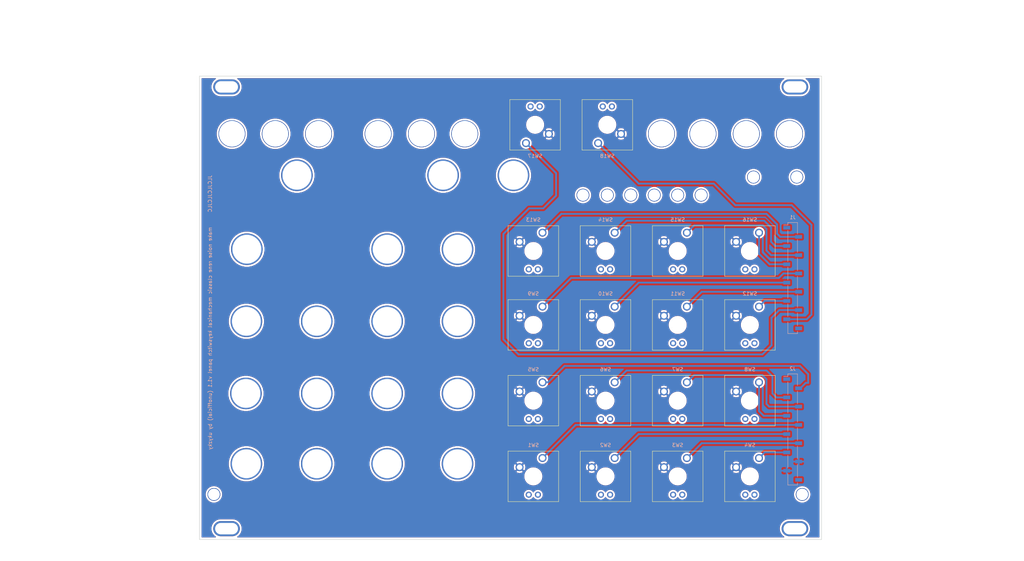
<source format=kicad_pcb>
(kicad_pcb (version 20171130) (host pcbnew "(5.1.4)-1")
  (layers (0 F.Cu signal) (31 B.Cu signal) (34 B.Paste user) (35 F.Paste user) (36 B.SilkS user) (37 F.SilkS user) (38 B.Mask user) (39 F.Mask user) (44 Edge.Cuts user))
  (net 0 "")
  (net 1 GNDA)
  (net 2 "Net-(SW1-Pad4)")
  (net 3 "Net-(SW1-Pad3)")
  (net 4 "Net-(J1-Pad11)")
  (net 5 "Net-(J1-Pad9)")
  (net 6 "Net-(J1-Pad7)")
  (net 7 "Net-(J1-Pad5)")
  (net 8 "Net-(J1-Pad3)")
  (net 9 "Net-(J1-Pad1)")
  (net 10 "Net-(J1-Pad12)")
  (net 11 "Net-(J1-Pad10)")
  (net 12 "Net-(J1-Pad8)")
  (net 13 "Net-(J1-Pad6)")
  (net 14 "Net-(J1-Pad4)")
  (net 15 "Net-(J1-Pad2)")
  (net 16 "Net-(J2-Pad9)")
  (net 17 "Net-(J2-Pad7)")
  (net 18 "Net-(J2-Pad5)")
  (net 19 "Net-(J2-Pad3)")
  (net 20 "Net-(J2-Pad1)")
  (net 21 "Net-(J2-Pad12)")
  (net 22 "Net-(J2-Pad8)")
  (net 23 "Net-(J2-Pad6)")
  (net 24 "Net-(J2-Pad4)")
  (net 25 "Net-(J2-Pad2)")
  (net 26 "Net-(SW2-Pad4)")
  (net 27 "Net-(SW2-Pad3)")
  (net 28 "Net-(SW3-Pad4)")
  (net 29 "Net-(SW3-Pad3)")
  (net 30 "Net-(SW4-Pad4)")
  (net 31 "Net-(SW4-Pad3)")
  (net 32 "Net-(SW5-Pad4)")
  (net 33 "Net-(SW5-Pad3)")
  (net 34 "Net-(SW6-Pad4)")
  (net 35 "Net-(SW6-Pad3)")
  (net 36 "Net-(SW7-Pad4)")
  (net 37 "Net-(SW7-Pad3)")
  (net 38 "Net-(SW8-Pad4)")
  (net 39 "Net-(SW8-Pad3)")
  (net 40 "Net-(SW9-Pad4)")
  (net 41 "Net-(SW9-Pad3)")
  (net 42 "Net-(SW10-Pad4)")
  (net 43 "Net-(SW10-Pad3)")
  (net 44 "Net-(SW11-Pad4)")
  (net 45 "Net-(SW11-Pad3)")
  (net 46 "Net-(SW12-Pad4)")
  (net 47 "Net-(SW12-Pad3)")
  (net 48 "Net-(SW13-Pad4)")
  (net 49 "Net-(SW13-Pad3)")
  (net 50 "Net-(SW14-Pad4)")
  (net 51 "Net-(SW14-Pad3)")
  (net 52 "Net-(SW15-Pad4)")
  (net 53 "Net-(SW15-Pad3)")
  (net 54 "Net-(SW16-Pad4)")
  (net 55 "Net-(SW16-Pad3)")
  (net 56 "Net-(SW17-Pad4)")
  (net 57 "Net-(SW17-Pad3)")
  (net 58 "Net-(SW18-Pad4)")
  (net 59 "Net-(SW18-Pad3)")
  (module 4ms_Faceplate:Faceplate_Hole_Rail_Hole (layer F.Cu) (at 168.466 -6.169)
    (fp_text reference REF** hide)
    (fp_text value Faceplate_Hole_Rail_Hole hide)
    (pad 1 thru_hole circle (at -1.466 -6.331 90) (size 3.556 3.556) (drill 3.175) (layers *.Cu *.Mask))
  )
  (module 4ms_Faceplate:Faceplate_Hole_Rail_Hole (layer F.Cu) (at 3.81 -10.668)
    (fp_text reference REF** hide)
    (fp_text value Faceplate_Hole_Rail_Hole hide)
    (pad 1 thru_hole circle (at 0.19 -1.832 90) (size 3.556 3.556) (drill 3.175) (layers *.Cu *.Mask))
  )
  (module 4ms_Faceplate:Faceplate_Hole_Rail_Hole (layer F.Cu) (at 175.587 -109.089)
    (fp_text reference REF** hide)
    (fp_text value Faceplate_Hole_Rail_Hole hide)
    (pad 1 thru_hole circle (at -10.087 8.589 90) (size 3.556 3.556) (drill 3.175) (layers *.Cu *.Mask))
  )
  (module 4ms_Faceplate:Faceplate_Hole_Rail_Hole (layer F.Cu) (at 163.522 -109.089)
    (fp_text reference REF** hide)
    (fp_text value Faceplate_Hole_Rail_Hole hide)
    (pad 1 thru_hole circle (at -10.022 8.589 90) (size 3.556 3.556) (drill 3.175) (layers *.Cu *.Mask))
  )
  (module 4ms_Faceplate:Faceplate_Hole_Rail_Hole (layer F.Cu) (at 140.716 -106.172)
    (fp_text reference REF** hide)
    (fp_text value Faceplate_Hole_Rail_Hole hide)
    (pad 1 thru_hole circle (at -8.216 10.672 90) (size 3.556 3.556) (drill 3.175) (layers *.Cu *.Mask))
  )
  (module 4ms_Faceplate:Faceplate_Hole_Rail_Hole (layer F.Cu) (at 149.479 -101.092)
    (fp_text reference REF** hide)
    (fp_text value Faceplate_Hole_Rail_Hole hide)
    (pad 1 thru_hole circle (at -10.479 5.592 90) (size 3.556 3.556) (drill 3.175) (layers *.Cu *.Mask))
  )
  (module 4ms_Faceplate:Faceplate_Hole_Rail_Hole (layer F.Cu) (at 135.509 -101.092)
    (fp_text reference REF** hide)
    (fp_text value Faceplate_Hole_Rail_Hole hide)
    (pad 1 thru_hole circle (at -9.509 5.592 90) (size 3.556 3.556) (drill 3.175) (layers *.Cu *.Mask))
  )
  (module 4ms_Faceplate:Faceplate_Hole_Rail_Hole (layer F.Cu) (at 126.746 -106.172)
    (fp_text reference REF** hide)
    (fp_text value Faceplate_Hole_Rail_Hole hide)
    (pad 1 thru_hole circle (at -7.246 10.672 90) (size 3.556 3.556) (drill 3.175) (layers *.Cu *.Mask))
  )
  (module 4ms_Faceplate:Faceplate_Hole_Pot_9mm_Metal_Collar (layer F.Cu) (at 167.64 -116.713)
    (fp_text reference REF** hide)
    (fp_text value Faceplate_Hole_Pot_9mm hide)
    (pad 1 thru_hole circle (at -16.14 4.213) (size 7.45 7.45) (drill 7.1) (layers *.Cu *.Mask))
  )
  (module 4ms_Faceplate:Faceplate_Hole_Pot_9mm_Metal_Collar (layer F.Cu) (at 144.145 -120.65)
    (fp_text reference REF** hide)
    (fp_text value Faceplate_Hole_Pot_9mm hide)
    (pad 1 thru_hole circle (at -16.145 8.15) (size 7.45 7.45) (drill 7.1) (layers *.Cu *.Mask))
  )
  (module 4ms_Faceplate:Faceplate_Hole_Pot_9mm_Metal_Collar (layer F.Cu) (at 155.448 -118.999)
    (fp_text reference REF** hide)
    (fp_text value Faceplate_Hole_Pot_9mm hide)
    (pad 1 thru_hole circle (at -15.948 6.499) (size 7.45 7.45) (drill 7.1) (layers *.Cu *.Mask))
  )
  (module 4ms_Faceplate:Faceplate_Hole_Pot_9mm_Metal_Collar (layer F.Cu) (at 181.914 -117.519)
    (fp_text reference REF** hide)
    (fp_text value Faceplate_Hole_Pot_9mm hide)
    (pad 1 thru_hole circle (at -18.414 5.019) (size 7.45 7.45) (drill 7.1) (layers *.Cu *.Mask))
  )
  (module 4ms_Faceplate:Faceplate_Hole_Pot_9mm_Metal_Collar (layer F.Cu) (at 64.897 -118.237)
    (fp_text reference REF** hide)
    (fp_text value Faceplate_Hole_Pot_9mm hide)
    (pad 1 thru_hole circle (at -15.397 5.737) (size 7.45 7.45) (drill 7.1) (layers *.Cu *.Mask))
  )
  (module 4ms_Faceplate:Faceplate_Hole_Pot_9mm_Metal_Collar (layer F.Cu) (at 92.346 -118.132)
    (fp_text reference REF** hide)
    (fp_text value Faceplate_Hole_Pot_9mm hide)
    (pad 1 thru_hole circle (at -18.846 5.632) (size 7.45 7.45) (drill 7.1) (layers *.Cu *.Mask))
  )
  (module 4ms_Faceplate:Faceplate_Hole_Pot_9mm_Metal_Collar (layer F.Cu) (at 78.63 -118.64)
    (fp_text reference REF** hide)
    (fp_text value Faceplate_Hole_Pot_9mm hide)
    (pad 1 thru_hole circle (at -17.13 6.14) (size 7.45 7.45) (drill 7.1) (layers *.Cu *.Mask))
  )
  (module 4ms_Faceplate:Faceplate_Hole_Pot_9mm_Metal_Collar (layer F.Cu) (at 50.182 -117.37)
    (fp_text reference REF** hide)
    (fp_text value Faceplate_Hole_Pot_9mm hide)
    (pad 1 thru_hole circle (at -17.182 4.87) (size 7.45 7.45) (drill 7.1) (layers *.Cu *.Mask))
  )
  (module 4ms_Faceplate:Faceplate_Hole_Pot_9mm_Metal_Collar (layer F.Cu) (at 36.466 -117.878)
    (fp_text reference REF** hide)
    (fp_text value Faceplate_Hole_Pot_9mm hide)
    (pad 1 thru_hole circle (at -15.466 5.378) (size 7.45 7.45) (drill 7.1) (layers *.Cu *.Mask))
  )
  (module 4ms_Faceplate:Faceplate_Hole_Pot_9mm_Metal_Collar (layer F.Cu) (at 22.733 -117.475)
    (fp_text reference REF** hide)
    (fp_text value Faceplate_Hole_Pot_9mm hide)
    (pad 1 thru_hole circle (at -13.733 4.975) (size 7.45 7.45) (drill 7.1) (layers *.Cu *.Mask))
  )
  (module 4ms_Faceplate:Faceplate_Hole_Pot_16mm_Hole8mm (layer F.Cu) (at 71.057 -102.057)
    (fp_text reference REF** hide)
    (fp_text value Faceplate_Hole_Pot_16mm_Hole8mm hide)
    (pad 1 thru_hole circle (at 15.943 1.057) (size 8.762 8.762) (drill 8) (layers *.Cu *.Mask))
  )
  (module 4ms_Faceplate:Faceplate_Hole_Pot_16mm_Hole8mm (layer F.Cu) (at 56.896 -102.235)
    (fp_text reference REF** hide)
    (fp_text value Faceplate_Hole_Pot_16mm_Hole8mm hide)
    (pad 1 thru_hole circle (at 10.604 1.235) (size 8.762 8.762) (drill 8) (layers *.Cu *.Mask))
  )
  (module 4ms_Faceplate:Faceplate_Hole_Pot_16mm_Hole8mm (layer F.Cu) (at 26.878 -101.094)
    (fp_text reference REF** hide)
    (fp_text value Faceplate_Hole_Pot_16mm_Hole8mm hide)
    (pad 1 thru_hole circle (at 0.122 0.094) (size 8.762 8.762) (drill 8) (layers *.Cu *.Mask))
  )
  (module 4ms_Faceplate:Faceplate_Hole_Pot_16mm_Hole8mm (layer F.Cu) (at 52.127 -83.484)
    (fp_text reference REF** hide)
    (fp_text value Faceplate_Hole_Pot_16mm_Hole8mm hide)
    (pad 1 thru_hole circle (at -0.127 2.984) (size 8.762 8.762) (drill 8) (layers *.Cu *.Mask))
  )
  (module 4ms_Faceplate:Faceplate_Hole_Pot_16mm_Hole8mm (layer F.Cu) (at 16.764 -80.01)
    (fp_text reference REF** hide)
    (fp_text value Faceplate_Hole_Pot_16mm_Hole8mm hide)
    (pad 1 thru_hole circle (at -3.637 -0.49) (size 8.762 8.762) (drill 8) (layers *.Cu *.Mask))
  )
  (module 4ms_Faceplate:Faceplate_Hole_Pot_16mm_Hole8mm (layer F.Cu) (at 68.588 -83.566)
    (fp_text reference REF** hide)
    (fp_text value Faceplate_Hole_Pot_16mm_Hole8mm hide)
    (pad 1 thru_hole circle (at 2.912 3.066) (size 8.762 8.762) (drill 8) (layers *.Cu *.Mask))
  )
  (module 4ms_Faceplate:Faceplate_Hole_Pot_16mm_Hole8mm (layer F.Cu) (at 68.461 -62.484)
    (fp_text reference REF** hide)
    (fp_text value Faceplate_Hole_Pot_16mm_Hole8mm hide)
    (pad 1 thru_hole circle (at 3.039 1.984) (size 8.762 8.762) (drill 8) (layers *.Cu *.Mask))
  )
  (module 4ms_Faceplate:Faceplate_Hole_Pot_16mm_Hole8mm (layer F.Cu) (at 52 -62.402)
    (fp_text reference REF** hide)
    (fp_text value Faceplate_Hole_Pot_16mm_Hole8mm hide)
    (pad 1 thru_hole circle (at 0 1.902) (size 8.762 8.762) (drill 8) (layers *.Cu *.Mask))
  )
  (module 4ms_Faceplate:Faceplate_Hole_Pot_16mm_Hole8mm (layer F.Cu) (at 16.637 -58.928)
    (fp_text reference REF** hide)
    (fp_text value Faceplate_Hole_Pot_16mm_Hole8mm hide)
    (pad 1 thru_hole circle (at -3.637 -1.572) (size 8.762 8.762) (drill 8) (layers *.Cu *.Mask))
  )
  (module 4ms_Faceplate:Faceplate_Hole_Pot_16mm_Hole8mm (layer F.Cu) (at 33.617 -60.026)
    (fp_text reference REF** hide)
    (fp_text value Faceplate_Hole_Pot_16mm_Hole8mm hide)
    (pad 1 thru_hole circle (at -1.117 -0.474) (size 8.762 8.762) (drill 8) (layers *.Cu *.Mask))
  )
  (module 4ms_Faceplate:Faceplate_Hole_Pot_16mm_Hole8mm (layer F.Cu) (at 33.49 -38.817)
    (fp_text reference REF** hide)
    (fp_text value Faceplate_Hole_Pot_16mm_Hole8mm hide)
    (pad 1 thru_hole circle (at -0.99 -1.683) (size 8.762 8.762) (drill 8) (layers *.Cu *.Mask))
  )
  (module 4ms_Faceplate:Faceplate_Hole_Pot_16mm_Hole8mm (layer F.Cu) (at 16.51 -37.719)
    (fp_text reference REF** hide)
    (fp_text value Faceplate_Hole_Pot_16mm_Hole8mm hide)
    (pad 1 thru_hole circle (at -3.637 -2.781) (size 8.762 8.762) (drill 8) (layers *.Cu *.Mask))
  )
  (module 4ms_Faceplate:Faceplate_Hole_Pot_16mm_Hole8mm (layer F.Cu) (at 68.334 -41.275)
    (fp_text reference REF** hide)
    (fp_text value Faceplate_Hole_Pot_16mm_Hole8mm hide)
    (pad 1 thru_hole circle (at 3.166 0.775) (size 8.762 8.762) (drill 8) (layers *.Cu *.Mask))
  )
  (module 4ms_Faceplate:Faceplate_Hole_Pot_16mm_Hole8mm (layer F.Cu) (at 51.873 -41.193)
    (fp_text reference REF** hide)
    (fp_text value Faceplate_Hole_Pot_16mm_Hole8mm hide)
    (pad 1 thru_hole circle (at 0.127 0.693) (size 8.762 8.762) (drill 8) (layers *.Cu *.Mask))
  )
  (module 4ms_Faceplate:Faceplate_Hole_Pot_16mm_Hole8mm (layer F.Cu) (at 68.461 -21.082)
    (fp_text reference REF** hide)
    (fp_text value Faceplate_Hole_Pot_16mm_Hole8mm hide)
    (pad 1 thru_hole circle (at 3.039 0.082) (size 8.762 8.762) (drill 8) (layers *.Cu *.Mask))
  )
  (module 4ms_Faceplate:Faceplate_Hole_Pot_16mm_Hole8mm (layer F.Cu) (at 52 -21)
    (fp_text reference REF** hide)
    (fp_text value Faceplate_Hole_Pot_16mm_Hole8mm hide)
    (pad 1 thru_hole circle (at 0 0) (size 8.762 8.762) (drill 8) (layers *.Cu *.Mask))
  )
  (module 4ms_Faceplate:Faceplate_Hole_Pot_16mm_Hole8mm (layer F.Cu) (at 33.617 -18.624)
    (fp_text reference REF** hide)
    (fp_text value Faceplate_Hole_Pot_16mm_Hole8mm hide)
    (pad 1 thru_hole circle (at -1.117 -2.376) (size 8.762 8.762) (drill 8) (layers *.Cu *.Mask))
  )
  (module 4ms_Faceplate:Faceplate_Hole_Pot_16mm_Hole8mm (layer F.Cu) (at 16.637 -17.526)
    (fp_text reference REF** hide)
    (fp_text value Faceplate_Hole_Pot_16mm_Hole8mm hide)
    (pad 1 thru_hole circle (at -3.637 -3.474) (size 8.762 8.762) (drill 8) (layers *.Cu *.Mask))
  )
  (module cherrymx:CherryMX_1.00u_LED (layer F.Cu) (at 113 -115 180)
    (fp_text reference SW18 (at 0 -8.6625) (layer B.SilkS) (effects (justify mirror)))
    (fp_text value SW_Push_LED)
    (fp_line (start -7 -7) (end -7 7) (layer F.SilkS) (width 0.12))
    (fp_line (start -7 -7) (end 7 -7) (layer F.SilkS) (width 0.12))
    (fp_line (start 7 -7) (end 7 7) (layer F.SilkS) (width 0.12))
    (fp_line (start 7 7) (end -7 7) (layer F.SilkS) (width 0.12))
    (pad 4 thru_hole circle (at 1.27 5.08 180) (size 1.6906 1.6906) (drill 0.9906) (layers *.Cu *.Mask) (net 58 "Net-(SW18-Pad4)"))
    (pad 3 thru_hole circle (at -1.27 5.08 180) (size 1.6906 1.6906) (drill 0.9906) (layers *.Cu *.Mask) (net 59 "Net-(SW18-Pad3)"))
    (pad 2 thru_hole circle (at 2.54 -5.08 180) (size 2.2 2.2) (drill 1.5) (layers *.Cu *.Mask) (net 4 "Net-(J1-Pad11)"))
    (pad 1 thru_hole circle (at -3.81 -2.54 180) (size 2.2 2.2) (drill 1.5) (layers *.Cu *.Mask) (net 1 GNDA))
    (pad "" np_thru_hole circle (at 0 0 180) (size 4 4) (drill 4) (layers *.Cu *.Mask))
  )
  (module cherrymx:CherryMX_1.00u_LED (layer F.Cu) (at 93 -115 180)
    (fp_text reference SW17 (at 0 -8.6625) (layer B.SilkS) (effects (justify mirror)))
    (fp_text value SW_Push_LED)
    (fp_line (start -7 -7) (end -7 7) (layer F.SilkS) (width 0.12))
    (fp_line (start -7 -7) (end 7 -7) (layer F.SilkS) (width 0.12))
    (fp_line (start 7 -7) (end 7 7) (layer F.SilkS) (width 0.12))
    (fp_line (start 7 7) (end -7 7) (layer F.SilkS) (width 0.12))
    (pad 4 thru_hole circle (at 1.27 5.08 180) (size 1.6906 1.6906) (drill 0.9906) (layers *.Cu *.Mask) (net 56 "Net-(SW17-Pad4)"))
    (pad 3 thru_hole circle (at -1.27 5.08 180) (size 1.6906 1.6906) (drill 0.9906) (layers *.Cu *.Mask) (net 57 "Net-(SW17-Pad3)"))
    (pad 2 thru_hole circle (at 2.54 -5.08 180) (size 2.2 2.2) (drill 1.5) (layers *.Cu *.Mask) (net 11 "Net-(J1-Pad10)"))
    (pad 1 thru_hole circle (at -3.81 -2.54 180) (size 2.2 2.2) (drill 1.5) (layers *.Cu *.Mask) (net 1 GNDA))
    (pad "" np_thru_hole circle (at 0 0 180) (size 4 4) (drill 4) (layers *.Cu *.Mask))
  )
  (module cherrymx:CherryMX_1.00u_LED (layer F.Cu) (at 152.5 -80)
    (fp_text reference SW16 (at 0 -8.6625) (layer B.SilkS) (effects (justify mirror)))
    (fp_text value SW_Push_LED)
    (fp_line (start -7 -7) (end -7 7) (layer F.SilkS) (width 0.12))
    (fp_line (start -7 -7) (end 7 -7) (layer F.SilkS) (width 0.12))
    (fp_line (start 7 -7) (end 7 7) (layer F.SilkS) (width 0.12))
    (fp_line (start 7 7) (end -7 7) (layer F.SilkS) (width 0.12))
    (pad 4 thru_hole circle (at 1.27 5.08) (size 1.6906 1.6906) (drill 0.9906) (layers *.Cu *.Mask) (net 54 "Net-(SW16-Pad4)"))
    (pad 3 thru_hole circle (at -1.27 5.08) (size 1.6906 1.6906) (drill 0.9906) (layers *.Cu *.Mask) (net 55 "Net-(SW16-Pad3)"))
    (pad 2 thru_hole circle (at 2.54 -5.08) (size 2.2 2.2) (drill 1.5) (layers *.Cu *.Mask) (net 7 "Net-(J1-Pad5)"))
    (pad 1 thru_hole circle (at -3.81 -2.54) (size 2.2 2.2) (drill 1.5) (layers *.Cu *.Mask) (net 1 GNDA))
    (pad "" np_thru_hole circle (at 0 0) (size 4 4) (drill 4) (layers *.Cu *.Mask))
  )
  (module cherrymx:CherryMX_1.00u_LED (layer F.Cu) (at 132.5 -80)
    (fp_text reference SW15 (at 0 -8.6625) (layer B.SilkS) (effects (justify mirror)))
    (fp_text value SW_Push_LED)
    (fp_line (start -7 -7) (end -7 7) (layer F.SilkS) (width 0.12))
    (fp_line (start -7 -7) (end 7 -7) (layer F.SilkS) (width 0.12))
    (fp_line (start 7 -7) (end 7 7) (layer F.SilkS) (width 0.12))
    (fp_line (start 7 7) (end -7 7) (layer F.SilkS) (width 0.12))
    (pad 4 thru_hole circle (at 1.27 5.08) (size 1.6906 1.6906) (drill 0.9906) (layers *.Cu *.Mask) (net 52 "Net-(SW15-Pad4)"))
    (pad 3 thru_hole circle (at -1.27 5.08) (size 1.6906 1.6906) (drill 0.9906) (layers *.Cu *.Mask) (net 53 "Net-(SW15-Pad3)"))
    (pad 2 thru_hole circle (at 2.54 -5.08) (size 2.2 2.2) (drill 1.5) (layers *.Cu *.Mask) (net 14 "Net-(J1-Pad4)"))
    (pad 1 thru_hole circle (at -3.81 -2.54) (size 2.2 2.2) (drill 1.5) (layers *.Cu *.Mask) (net 1 GNDA))
    (pad "" np_thru_hole circle (at 0 0) (size 4 4) (drill 4) (layers *.Cu *.Mask))
  )
  (module cherrymx:CherryMX_1.00u_LED (layer F.Cu) (at 112.5 -80)
    (fp_text reference SW14 (at 0 -8.6625) (layer B.SilkS) (effects (justify mirror)))
    (fp_text value SW_Push_LED)
    (fp_line (start -7 -7) (end -7 7) (layer F.SilkS) (width 0.12))
    (fp_line (start -7 -7) (end 7 -7) (layer F.SilkS) (width 0.12))
    (fp_line (start 7 -7) (end 7 7) (layer F.SilkS) (width 0.12))
    (fp_line (start 7 7) (end -7 7) (layer F.SilkS) (width 0.12))
    (pad 4 thru_hole circle (at 1.27 5.08) (size 1.6906 1.6906) (drill 0.9906) (layers *.Cu *.Mask) (net 50 "Net-(SW14-Pad4)"))
    (pad 3 thru_hole circle (at -1.27 5.08) (size 1.6906 1.6906) (drill 0.9906) (layers *.Cu *.Mask) (net 51 "Net-(SW14-Pad3)"))
    (pad 2 thru_hole circle (at 2.54 -5.08) (size 2.2 2.2) (drill 1.5) (layers *.Cu *.Mask) (net 8 "Net-(J1-Pad3)"))
    (pad 1 thru_hole circle (at -3.81 -2.54) (size 2.2 2.2) (drill 1.5) (layers *.Cu *.Mask) (net 1 GNDA))
    (pad "" np_thru_hole circle (at 0 0) (size 4 4) (drill 4) (layers *.Cu *.Mask))
  )
  (module cherrymx:CherryMX_1.00u_LED (layer F.Cu) (at 92.5 -80)
    (fp_text reference SW13 (at 0 -8.6625) (layer B.SilkS) (effects (justify mirror)))
    (fp_text value SW_Push_LED)
    (fp_line (start -7 -7) (end -7 7) (layer F.SilkS) (width 0.12))
    (fp_line (start -7 -7) (end 7 -7) (layer F.SilkS) (width 0.12))
    (fp_line (start 7 -7) (end 7 7) (layer F.SilkS) (width 0.12))
    (fp_line (start 7 7) (end -7 7) (layer F.SilkS) (width 0.12))
    (pad 4 thru_hole circle (at 1.27 5.08) (size 1.6906 1.6906) (drill 0.9906) (layers *.Cu *.Mask) (net 48 "Net-(SW13-Pad4)"))
    (pad 3 thru_hole circle (at -1.27 5.08) (size 1.6906 1.6906) (drill 0.9906) (layers *.Cu *.Mask) (net 49 "Net-(SW13-Pad3)"))
    (pad 2 thru_hole circle (at 2.54 -5.08) (size 2.2 2.2) (drill 1.5) (layers *.Cu *.Mask) (net 15 "Net-(J1-Pad2)"))
    (pad 1 thru_hole circle (at -3.81 -2.54) (size 2.2 2.2) (drill 1.5) (layers *.Cu *.Mask) (net 1 GNDA))
    (pad "" np_thru_hole circle (at 0 0) (size 4 4) (drill 4) (layers *.Cu *.Mask))
  )
  (module cherrymx:CherryMX_1.00u_LED (layer F.Cu) (at 152.5 -59.5)
    (fp_text reference SW12 (at 0 -8.6625) (layer B.SilkS) (effects (justify mirror)))
    (fp_text value SW_Push_LED)
    (fp_line (start -7 -7) (end -7 7) (layer F.SilkS) (width 0.12))
    (fp_line (start -7 -7) (end 7 -7) (layer F.SilkS) (width 0.12))
    (fp_line (start 7 -7) (end 7 7) (layer F.SilkS) (width 0.12))
    (fp_line (start 7 7) (end -7 7) (layer F.SilkS) (width 0.12))
    (pad 4 thru_hole circle (at 1.27 5.08) (size 1.6906 1.6906) (drill 0.9906) (layers *.Cu *.Mask) (net 46 "Net-(SW12-Pad4)"))
    (pad 3 thru_hole circle (at -1.27 5.08) (size 1.6906 1.6906) (drill 0.9906) (layers *.Cu *.Mask) (net 47 "Net-(SW12-Pad3)"))
    (pad 2 thru_hole circle (at 2.54 -5.08) (size 2.2 2.2) (drill 1.5) (layers *.Cu *.Mask) (net 5 "Net-(J1-Pad9)"))
    (pad 1 thru_hole circle (at -3.81 -2.54) (size 2.2 2.2) (drill 1.5) (layers *.Cu *.Mask) (net 1 GNDA))
    (pad "" np_thru_hole circle (at 0 0) (size 4 4) (drill 4) (layers *.Cu *.Mask))
  )
  (module cherrymx:CherryMX_1.00u_LED (layer F.Cu) (at 132.5 -59.5)
    (fp_text reference SW11 (at 0 -8.6625) (layer B.SilkS) (effects (justify mirror)))
    (fp_text value SW_Push_LED)
    (fp_line (start -7 -7) (end -7 7) (layer F.SilkS) (width 0.12))
    (fp_line (start -7 -7) (end 7 -7) (layer F.SilkS) (width 0.12))
    (fp_line (start 7 -7) (end 7 7) (layer F.SilkS) (width 0.12))
    (fp_line (start 7 7) (end -7 7) (layer F.SilkS) (width 0.12))
    (pad 4 thru_hole circle (at 1.27 5.08) (size 1.6906 1.6906) (drill 0.9906) (layers *.Cu *.Mask) (net 44 "Net-(SW11-Pad4)"))
    (pad 3 thru_hole circle (at -1.27 5.08) (size 1.6906 1.6906) (drill 0.9906) (layers *.Cu *.Mask) (net 45 "Net-(SW11-Pad3)"))
    (pad 2 thru_hole circle (at 2.54 -5.08) (size 2.2 2.2) (drill 1.5) (layers *.Cu *.Mask) (net 12 "Net-(J1-Pad8)"))
    (pad 1 thru_hole circle (at -3.81 -2.54) (size 2.2 2.2) (drill 1.5) (layers *.Cu *.Mask) (net 1 GNDA))
    (pad "" np_thru_hole circle (at 0 0) (size 4 4) (drill 4) (layers *.Cu *.Mask))
  )
  (module cherrymx:CherryMX_1.00u_LED (layer F.Cu) (at 112.5 -59.5)
    (fp_text reference SW10 (at 0 -8.6625) (layer B.SilkS) (effects (justify mirror)))
    (fp_text value SW_Push_LED)
    (fp_line (start -7 -7) (end -7 7) (layer F.SilkS) (width 0.12))
    (fp_line (start -7 -7) (end 7 -7) (layer F.SilkS) (width 0.12))
    (fp_line (start 7 -7) (end 7 7) (layer F.SilkS) (width 0.12))
    (fp_line (start 7 7) (end -7 7) (layer F.SilkS) (width 0.12))
    (pad 4 thru_hole circle (at 1.27 5.08) (size 1.6906 1.6906) (drill 0.9906) (layers *.Cu *.Mask) (net 42 "Net-(SW10-Pad4)"))
    (pad 3 thru_hole circle (at -1.27 5.08) (size 1.6906 1.6906) (drill 0.9906) (layers *.Cu *.Mask) (net 43 "Net-(SW10-Pad3)"))
    (pad 2 thru_hole circle (at 2.54 -5.08) (size 2.2 2.2) (drill 1.5) (layers *.Cu *.Mask) (net 6 "Net-(J1-Pad7)"))
    (pad 1 thru_hole circle (at -3.81 -2.54) (size 2.2 2.2) (drill 1.5) (layers *.Cu *.Mask) (net 1 GNDA))
    (pad "" np_thru_hole circle (at 0 0) (size 4 4) (drill 4) (layers *.Cu *.Mask))
  )
  (module cherrymx:CherryMX_1.00u_LED (layer F.Cu) (at 92.5 -59.5)
    (fp_text reference SW9 (at 0 -8.6625) (layer B.SilkS) (effects (justify mirror)))
    (fp_text value SW_Push_LED)
    (fp_line (start -7 -7) (end -7 7) (layer F.SilkS) (width 0.12))
    (fp_line (start -7 -7) (end 7 -7) (layer F.SilkS) (width 0.12))
    (fp_line (start 7 -7) (end 7 7) (layer F.SilkS) (width 0.12))
    (fp_line (start 7 7) (end -7 7) (layer F.SilkS) (width 0.12))
    (pad 4 thru_hole circle (at 1.27 5.08) (size 1.6906 1.6906) (drill 0.9906) (layers *.Cu *.Mask) (net 40 "Net-(SW9-Pad4)"))
    (pad 3 thru_hole circle (at -1.27 5.08) (size 1.6906 1.6906) (drill 0.9906) (layers *.Cu *.Mask) (net 41 "Net-(SW9-Pad3)"))
    (pad 2 thru_hole circle (at 2.54 -5.08) (size 2.2 2.2) (drill 1.5) (layers *.Cu *.Mask) (net 13 "Net-(J1-Pad6)"))
    (pad 1 thru_hole circle (at -3.81 -2.54) (size 2.2 2.2) (drill 1.5) (layers *.Cu *.Mask) (net 1 GNDA))
    (pad "" np_thru_hole circle (at 0 0) (size 4 4) (drill 4) (layers *.Cu *.Mask))
  )
  (module cherrymx:CherryMX_1.00u_LED (layer F.Cu) (at 152.5 -38.5)
    (fp_text reference SW8 (at 0 -8.6625) (layer B.SilkS) (effects (justify mirror)))
    (fp_text value SW_Push_LED)
    (fp_line (start -7 -7) (end -7 7) (layer F.SilkS) (width 0.12))
    (fp_line (start -7 -7) (end 7 -7) (layer F.SilkS) (width 0.12))
    (fp_line (start 7 -7) (end 7 7) (layer F.SilkS) (width 0.12))
    (fp_line (start 7 7) (end -7 7) (layer F.SilkS) (width 0.12))
    (pad 4 thru_hole circle (at 1.27 5.08) (size 1.6906 1.6906) (drill 0.9906) (layers *.Cu *.Mask) (net 38 "Net-(SW8-Pad4)"))
    (pad 3 thru_hole circle (at -1.27 5.08) (size 1.6906 1.6906) (drill 0.9906) (layers *.Cu *.Mask) (net 39 "Net-(SW8-Pad3)"))
    (pad 2 thru_hole circle (at 2.54 -5.08) (size 2.2 2.2) (drill 1.5) (layers *.Cu *.Mask) (net 18 "Net-(J2-Pad5)"))
    (pad 1 thru_hole circle (at -3.81 -2.54) (size 2.2 2.2) (drill 1.5) (layers *.Cu *.Mask) (net 1 GNDA))
    (pad "" np_thru_hole circle (at 0 0) (size 4 4) (drill 4) (layers *.Cu *.Mask))
  )
  (module cherrymx:CherryMX_1.00u_LED (layer F.Cu) (at 132.5 -38.5)
    (fp_text reference SW7 (at 0 -8.6625) (layer B.SilkS) (effects (justify mirror)))
    (fp_text value SW_Push_LED)
    (fp_line (start -7 -7) (end -7 7) (layer F.SilkS) (width 0.12))
    (fp_line (start -7 -7) (end 7 -7) (layer F.SilkS) (width 0.12))
    (fp_line (start 7 -7) (end 7 7) (layer F.SilkS) (width 0.12))
    (fp_line (start 7 7) (end -7 7) (layer F.SilkS) (width 0.12))
    (pad 4 thru_hole circle (at 1.27 5.08) (size 1.6906 1.6906) (drill 0.9906) (layers *.Cu *.Mask) (net 36 "Net-(SW7-Pad4)"))
    (pad 3 thru_hole circle (at -1.27 5.08) (size 1.6906 1.6906) (drill 0.9906) (layers *.Cu *.Mask) (net 37 "Net-(SW7-Pad3)"))
    (pad 2 thru_hole circle (at 2.54 -5.08) (size 2.2 2.2) (drill 1.5) (layers *.Cu *.Mask) (net 24 "Net-(J2-Pad4)"))
    (pad 1 thru_hole circle (at -3.81 -2.54) (size 2.2 2.2) (drill 1.5) (layers *.Cu *.Mask) (net 1 GNDA))
    (pad "" np_thru_hole circle (at 0 0) (size 4 4) (drill 4) (layers *.Cu *.Mask))
  )
  (module cherrymx:CherryMX_1.00u_LED (layer F.Cu) (at 112.5 -38.5)
    (fp_text reference SW6 (at 0 -8.6625) (layer B.SilkS) (effects (justify mirror)))
    (fp_text value SW_Push_LED)
    (fp_line (start -7 -7) (end -7 7) (layer F.SilkS) (width 0.12))
    (fp_line (start -7 -7) (end 7 -7) (layer F.SilkS) (width 0.12))
    (fp_line (start 7 -7) (end 7 7) (layer F.SilkS) (width 0.12))
    (fp_line (start 7 7) (end -7 7) (layer F.SilkS) (width 0.12))
    (pad 4 thru_hole circle (at 1.27 5.08) (size 1.6906 1.6906) (drill 0.9906) (layers *.Cu *.Mask) (net 34 "Net-(SW6-Pad4)"))
    (pad 3 thru_hole circle (at -1.27 5.08) (size 1.6906 1.6906) (drill 0.9906) (layers *.Cu *.Mask) (net 35 "Net-(SW6-Pad3)"))
    (pad 2 thru_hole circle (at 2.54 -5.08) (size 2.2 2.2) (drill 1.5) (layers *.Cu *.Mask) (net 19 "Net-(J2-Pad3)"))
    (pad 1 thru_hole circle (at -3.81 -2.54) (size 2.2 2.2) (drill 1.5) (layers *.Cu *.Mask) (net 1 GNDA))
    (pad "" np_thru_hole circle (at 0 0) (size 4 4) (drill 4) (layers *.Cu *.Mask))
  )
  (module cherrymx:CherryMX_1.00u_LED (layer F.Cu) (at 92.5 -38.5)
    (fp_text reference SW5 (at 0 -8.6625) (layer B.SilkS) (effects (justify mirror)))
    (fp_text value SW_Push_LED)
    (fp_line (start -7 -7) (end -7 7) (layer F.SilkS) (width 0.12))
    (fp_line (start -7 -7) (end 7 -7) (layer F.SilkS) (width 0.12))
    (fp_line (start 7 -7) (end 7 7) (layer F.SilkS) (width 0.12))
    (fp_line (start 7 7) (end -7 7) (layer F.SilkS) (width 0.12))
    (pad 4 thru_hole circle (at 1.27 5.08) (size 1.6906 1.6906) (drill 0.9906) (layers *.Cu *.Mask) (net 32 "Net-(SW5-Pad4)"))
    (pad 3 thru_hole circle (at -1.27 5.08) (size 1.6906 1.6906) (drill 0.9906) (layers *.Cu *.Mask) (net 33 "Net-(SW5-Pad3)"))
    (pad 2 thru_hole circle (at 2.54 -5.08) (size 2.2 2.2) (drill 1.5) (layers *.Cu *.Mask) (net 25 "Net-(J2-Pad2)"))
    (pad 1 thru_hole circle (at -3.81 -2.54) (size 2.2 2.2) (drill 1.5) (layers *.Cu *.Mask) (net 1 GNDA))
    (pad "" np_thru_hole circle (at 0 0) (size 4 4) (drill 4) (layers *.Cu *.Mask))
  )
  (module 4ms_Faceplate:Faceplate_Hole_Rail_Hole (layer F.Cu) (at 120.904 -101.219)
    (fp_text reference REF** hide)
    (fp_text value Faceplate_Hole_Rail_Hole hide)
    (pad 1 thru_hole circle (at -7.904 5.719 90) (size 3.556 3.556) (drill 3.175) (layers *.Cu *.Mask))
  )
  (module 4ms_Faceplate:Faceplate_Hole_Rail_Hole (layer F.Cu) (at 112.141 -106.299)
    (fp_text reference REF** hide)
    (fp_text value Faceplate_Hole_Rail_Hole hide)
    (pad 1 thru_hole circle (at -5.891 10.799 90) (size 3.556 3.556) (drill 3.175) (layers *.Cu *.Mask))
  )
  (module 4ms_Faceplate:Faceplate_Rail_Mount_Slot_Plated (layer F.Cu) (at 164.465 -2.77)
    (fp_text reference REF** hide)
    (fp_text value Faceplate_Rail_Mount_Slot_Plated hide)
    (pad 1 thru_hole oval (at 0.515 -0.23) (size 7.366 4.191) (drill oval 6.35 3.175) (layers *.Cu *.Mask))
  )
  (module 4ms_Faceplate:Faceplate_Rail_Mount_Slot_Plated (layer F.Cu) (at 164.465 -121.539)
    (fp_text reference REF** hide)
    (fp_text value Faceplate_Rail_Mount_Slot_Plated hide)
    (pad 1 thru_hole oval (at 0.515 -3.961) (size 7.366 4.191) (drill oval 6.35 3.175) (layers *.Cu *.Mask))
  )
  (module 4ms_Faceplate:Faceplate_Rail_Mount_Slot_Plated (layer F.Cu) (at 7.5 -3)
    (fp_text reference REF** hide)
    (fp_text value Faceplate_Rail_Mount_Slot_Plated hide)
    (pad 1 thru_hole oval (at 0 0) (size 7.366 4.191) (drill oval 6.35 3.175) (layers *.Cu *.Mask))
  )
  (module 4ms_Faceplate:Faceplate_Rail_Mount_Slot_Plated (layer F.Cu) (at 9.271 -124.333)
    (fp_text reference REF** hide)
    (fp_text value Faceplate_Rail_Mount_Slot_Plated hide)
    (pad 1 thru_hole oval (at -1.771 -1.167) (size 7.366 4.191) (drill oval 6.35 3.175) (layers *.Cu *.Mask))
  )
  (module cherrymx:CherryMX_1.00u_LED (layer F.Cu) (at 152.5 -17.5)
    (fp_text reference SW4 (at 0 -8.6625) (layer B.SilkS) (effects (justify mirror)))
    (fp_text value SW_Push_LED)
    (fp_line (start -7 -7) (end -7 7) (layer F.SilkS) (width 0.12))
    (fp_line (start -7 -7) (end 7 -7) (layer F.SilkS) (width 0.12))
    (fp_line (start 7 -7) (end 7 7) (layer F.SilkS) (width 0.12))
    (fp_line (start 7 7) (end -7 7) (layer F.SilkS) (width 0.12))
    (pad 4 thru_hole circle (at 1.27 5.08) (size 1.6906 1.6906) (drill 0.9906) (layers *.Cu *.Mask) (net 30 "Net-(SW4-Pad4)"))
    (pad 3 thru_hole circle (at -1.27 5.08) (size 1.6906 1.6906) (drill 0.9906) (layers *.Cu *.Mask) (net 31 "Net-(SW4-Pad3)"))
    (pad 2 thru_hole circle (at 2.54 -5.08) (size 2.2 2.2) (drill 1.5) (layers *.Cu *.Mask) (net 16 "Net-(J2-Pad9)"))
    (pad 1 thru_hole circle (at -3.81 -2.54) (size 2.2 2.2) (drill 1.5) (layers *.Cu *.Mask) (net 1 GNDA))
    (pad "" np_thru_hole circle (at 0 0) (size 4 4) (drill 4) (layers *.Cu *.Mask))
  )
  (module cherrymx:CherryMX_1.00u_LED (layer F.Cu) (at 132.5 -17.5)
    (fp_text reference SW3 (at 0 -8.6625) (layer B.SilkS) (effects (justify mirror)))
    (fp_text value SW_Push_LED)
    (fp_line (start -7 -7) (end -7 7) (layer F.SilkS) (width 0.12))
    (fp_line (start -7 -7) (end 7 -7) (layer F.SilkS) (width 0.12))
    (fp_line (start 7 -7) (end 7 7) (layer F.SilkS) (width 0.12))
    (fp_line (start 7 7) (end -7 7) (layer F.SilkS) (width 0.12))
    (pad 4 thru_hole circle (at 1.27 5.08) (size 1.6906 1.6906) (drill 0.9906) (layers *.Cu *.Mask) (net 28 "Net-(SW3-Pad4)"))
    (pad 3 thru_hole circle (at -1.27 5.08) (size 1.6906 1.6906) (drill 0.9906) (layers *.Cu *.Mask) (net 29 "Net-(SW3-Pad3)"))
    (pad 2 thru_hole circle (at 2.54 -5.08) (size 2.2 2.2) (drill 1.5) (layers *.Cu *.Mask) (net 22 "Net-(J2-Pad8)"))
    (pad 1 thru_hole circle (at -3.81 -2.54) (size 2.2 2.2) (drill 1.5) (layers *.Cu *.Mask) (net 1 GNDA))
    (pad "" np_thru_hole circle (at 0 0) (size 4 4) (drill 4) (layers *.Cu *.Mask))
  )
  (module cherrymx:CherryMX_1.00u_LED (layer F.Cu) (at 112.5 -17.5)
    (fp_text reference SW2 (at 0 -8.6625) (layer B.SilkS) (effects (justify mirror)))
    (fp_text value SW_Push_LED)
    (fp_line (start -7 -7) (end -7 7) (layer F.SilkS) (width 0.12))
    (fp_line (start -7 -7) (end 7 -7) (layer F.SilkS) (width 0.12))
    (fp_line (start 7 -7) (end 7 7) (layer F.SilkS) (width 0.12))
    (fp_line (start 7 7) (end -7 7) (layer F.SilkS) (width 0.12))
    (pad 4 thru_hole circle (at 1.27 5.08) (size 1.6906 1.6906) (drill 0.9906) (layers *.Cu *.Mask) (net 26 "Net-(SW2-Pad4)"))
    (pad 3 thru_hole circle (at -1.27 5.08) (size 1.6906 1.6906) (drill 0.9906) (layers *.Cu *.Mask) (net 27 "Net-(SW2-Pad3)"))
    (pad 2 thru_hole circle (at 2.54 -5.08) (size 2.2 2.2) (drill 1.5) (layers *.Cu *.Mask) (net 17 "Net-(J2-Pad7)"))
    (pad 1 thru_hole circle (at -3.81 -2.54) (size 2.2 2.2) (drill 1.5) (layers *.Cu *.Mask) (net 1 GNDA))
    (pad "" np_thru_hole circle (at 0 0) (size 4 4) (drill 4) (layers *.Cu *.Mask))
  )
  (module Connector_PinSocket_2.54mm:PinSocket_1x12_P2.54mm_Vertical_SMD_Pin1Right (layer B.Cu) (at 164.36 -30.5 180)
    (fp_text reference J2 (at 0 16.84) (layer B.SilkS) (effects (justify mirror)))
    (fp_text value Conn_01x12_Female)
    (fp_line (start 1.33 14.73) (end 2.54 14.73) (layer B.SilkS) (width 0.12))
    (fp_line (start -1.33 -14.73) (end -1.33 -15.4) (layer B.SilkS) (width 0.12))
    (fp_line (start -1.33 -9.65) (end -1.33 -13.21) (layer B.SilkS) (width 0.12))
    (fp_line (start -1.33 -4.57) (end -1.33 -8.13) (layer B.SilkS) (width 0.12))
    (fp_line (start -1.33 0.51) (end -1.33 -3.05) (layer B.SilkS) (width 0.12))
    (fp_line (start -1.33 5.59) (end -1.33 2.03) (layer B.SilkS) (width 0.12))
    (fp_line (start -1.33 10.67) (end -1.33 7.11) (layer B.SilkS) (width 0.12))
    (fp_line (start -1.33 15.4) (end -1.33 12.19) (layer B.SilkS) (width 0.12))
    (fp_line (start -1.33 -15.4) (end 1.33 -15.4) (layer B.SilkS) (width 0.12))
    (fp_line (start 1.33 -12.19) (end 1.33 -15.4) (layer B.SilkS) (width 0.12))
    (fp_line (start 1.33 -7.11) (end 1.33 -10.67) (layer B.SilkS) (width 0.12))
    (fp_line (start 1.33 -2.03) (end 1.33 -5.59) (layer B.SilkS) (width 0.12))
    (fp_line (start 1.33 3.05) (end 1.33 -0.51) (layer B.SilkS) (width 0.12))
    (fp_line (start 1.33 8.13) (end 1.33 4.57) (layer B.SilkS) (width 0.12))
    (fp_line (start 1.33 13.21) (end 1.33 9.65) (layer B.SilkS) (width 0.12))
    (fp_line (start 1.33 15.4) (end 1.33 14.73) (layer B.SilkS) (width 0.12))
    (fp_line (start -1.33 15.4) (end 1.33 15.4) (layer B.SilkS) (width 0.12))
    (pad 11 smd rect (at 1.65 -11.43 180) (size 1.9 1) (layers B.Cu B.Paste B.Mask) (net 1 GNDA))
    (pad 9 smd rect (at 1.65 -6.35 180) (size 1.9 1) (layers B.Cu B.Paste B.Mask) (net 16 "Net-(J2-Pad9)"))
    (pad 7 smd rect (at 1.65 -1.27 180) (size 1.9 1) (layers B.Cu B.Paste B.Mask) (net 17 "Net-(J2-Pad7)"))
    (pad 5 smd rect (at 1.65 3.81 180) (size 1.9 1) (layers B.Cu B.Paste B.Mask) (net 18 "Net-(J2-Pad5)"))
    (pad 3 smd rect (at 1.65 8.89 180) (size 1.9 1) (layers B.Cu B.Paste B.Mask) (net 19 "Net-(J2-Pad3)"))
    (pad 1 smd rect (at 1.65 13.97 180) (size 1.9 1) (layers B.Cu B.Paste B.Mask) (net 20 "Net-(J2-Pad1)"))
    (pad 12 smd rect (at -1.65 -13.97 180) (size 1.9 1) (layers B.Cu B.Paste B.Mask) (net 21 "Net-(J2-Pad12)"))
    (pad 10 smd rect (at -1.65 -8.89 180) (size 1.9 1) (layers B.Cu B.Paste B.Mask) (net 1 GNDA))
    (pad 8 smd rect (at -1.65 -3.81 180) (size 1.9 1) (layers B.Cu B.Paste B.Mask) (net 22 "Net-(J2-Pad8)"))
    (pad 6 smd rect (at -1.65 1.27 180) (size 1.9 1) (layers B.Cu B.Paste B.Mask) (net 23 "Net-(J2-Pad6)"))
    (pad 4 smd rect (at -1.65 6.35 180) (size 1.9 1) (layers B.Cu B.Paste B.Mask) (net 24 "Net-(J2-Pad4)"))
    (pad 2 smd rect (at -1.65 11.43 180) (size 1.9 1) (layers B.Cu B.Paste B.Mask) (net 25 "Net-(J2-Pad2)"))
  )
  (module Connector_PinSocket_2.54mm:PinSocket_1x12_P2.54mm_Vertical_SMD_Pin1Right (layer B.Cu) (at 164.36 -72.5 180)
    (fp_text reference J1 (at 0 16.84) (layer B.SilkS) (effects (justify mirror)))
    (fp_text value Conn_01x12_Female)
    (fp_line (start 1.33 14.73) (end 2.54 14.73) (layer B.SilkS) (width 0.12))
    (fp_line (start -1.33 -14.73) (end -1.33 -15.4) (layer B.SilkS) (width 0.12))
    (fp_line (start -1.33 -9.65) (end -1.33 -13.21) (layer B.SilkS) (width 0.12))
    (fp_line (start -1.33 -4.57) (end -1.33 -8.13) (layer B.SilkS) (width 0.12))
    (fp_line (start -1.33 0.51) (end -1.33 -3.05) (layer B.SilkS) (width 0.12))
    (fp_line (start -1.33 5.59) (end -1.33 2.03) (layer B.SilkS) (width 0.12))
    (fp_line (start -1.33 10.67) (end -1.33 7.11) (layer B.SilkS) (width 0.12))
    (fp_line (start -1.33 15.4) (end -1.33 12.19) (layer B.SilkS) (width 0.12))
    (fp_line (start -1.33 -15.4) (end 1.33 -15.4) (layer B.SilkS) (width 0.12))
    (fp_line (start 1.33 -12.19) (end 1.33 -15.4) (layer B.SilkS) (width 0.12))
    (fp_line (start 1.33 -7.11) (end 1.33 -10.67) (layer B.SilkS) (width 0.12))
    (fp_line (start 1.33 -2.03) (end 1.33 -5.59) (layer B.SilkS) (width 0.12))
    (fp_line (start 1.33 3.05) (end 1.33 -0.51) (layer B.SilkS) (width 0.12))
    (fp_line (start 1.33 8.13) (end 1.33 4.57) (layer B.SilkS) (width 0.12))
    (fp_line (start 1.33 13.21) (end 1.33 9.65) (layer B.SilkS) (width 0.12))
    (fp_line (start 1.33 15.4) (end 1.33 14.73) (layer B.SilkS) (width 0.12))
    (fp_line (start -1.33 15.4) (end 1.33 15.4) (layer B.SilkS) (width 0.12))
    (pad 11 smd rect (at 1.65 -11.43 180) (size 1.9 1) (layers B.Cu B.Paste B.Mask) (net 4 "Net-(J1-Pad11)"))
    (pad 9 smd rect (at 1.65 -6.35 180) (size 1.9 1) (layers B.Cu B.Paste B.Mask) (net 5 "Net-(J1-Pad9)"))
    (pad 7 smd rect (at 1.65 -1.27 180) (size 1.9 1) (layers B.Cu B.Paste B.Mask) (net 6 "Net-(J1-Pad7)"))
    (pad 5 smd rect (at 1.65 3.81 180) (size 1.9 1) (layers B.Cu B.Paste B.Mask) (net 7 "Net-(J1-Pad5)"))
    (pad 3 smd rect (at 1.65 8.89 180) (size 1.9 1) (layers B.Cu B.Paste B.Mask) (net 8 "Net-(J1-Pad3)"))
    (pad 1 smd rect (at 1.65 13.97 180) (size 1.9 1) (layers B.Cu B.Paste B.Mask) (net 9 "Net-(J1-Pad1)"))
    (pad 12 smd rect (at -1.65 -13.97 180) (size 1.9 1) (layers B.Cu B.Paste B.Mask) (net 10 "Net-(J1-Pad12)"))
    (pad 10 smd rect (at -1.65 -8.89 180) (size 1.9 1) (layers B.Cu B.Paste B.Mask) (net 11 "Net-(J1-Pad10)"))
    (pad 8 smd rect (at -1.65 -3.81 180) (size 1.9 1) (layers B.Cu B.Paste B.Mask) (net 12 "Net-(J1-Pad8)"))
    (pad 6 smd rect (at -1.65 1.27 180) (size 1.9 1) (layers B.Cu B.Paste B.Mask) (net 13 "Net-(J1-Pad6)"))
    (pad 4 smd rect (at -1.65 6.35 180) (size 1.9 1) (layers B.Cu B.Paste B.Mask) (net 14 "Net-(J1-Pad4)"))
    (pad 2 smd rect (at -1.65 11.43 180) (size 1.9 1) (layers B.Cu B.Paste B.Mask) (net 15 "Net-(J1-Pad2)"))
  )
  (module cherrymx:CherryMX_1.00u_LED (layer F.Cu) (at 92.5 -17.5)
    (fp_text reference SW1 (at 0 -8.6625) (layer B.SilkS) (effects (justify mirror)))
    (fp_text value SW_Push_LED)
    (fp_line (start -7 -7) (end -7 7) (layer F.SilkS) (width 0.12))
    (fp_line (start -7 -7) (end 7 -7) (layer F.SilkS) (width 0.12))
    (fp_line (start 7 -7) (end 7 7) (layer F.SilkS) (width 0.12))
    (fp_line (start 7 7) (end -7 7) (layer F.SilkS) (width 0.12))
    (pad 4 thru_hole circle (at 1.27 5.08) (size 1.6906 1.6906) (drill 0.9906) (layers *.Cu *.Mask) (net 2 "Net-(SW1-Pad4)"))
    (pad 3 thru_hole circle (at -1.27 5.08) (size 1.6906 1.6906) (drill 0.9906) (layers *.Cu *.Mask) (net 3 "Net-(SW1-Pad3)"))
    (pad 2 thru_hole circle (at 2.54 -5.08) (size 2.2 2.2) (drill 1.5) (layers *.Cu *.Mask) (net 23 "Net-(J2-Pad6)"))
    (pad 1 thru_hole circle (at -3.81 -2.54) (size 2.2 2.2) (drill 1.5) (layers *.Cu *.Mask) (net 1 GNDA))
    (pad "" np_thru_hole circle (at 0 0) (size 4 4) (drill 4) (layers *.Cu *.Mask))
  )
  (gr_text "make noise rene classic mechanical keyswitch panel v1.1 (unofficial) by ukyzky" (at 2.921 -55.753 90) (layer B.SilkS) (effects (font (size 1 1)) (justify mirror)))
  (gr_text JLCJLCJLCJLC (at 2.921 -95.885 90) (layer B.SilkS) (effects (font (size 1 1)) (justify mirror)))
  (gr_line (start 0 -128.5) (end 172.36 -128.5) (layer Edge.Cuts) (width 0.14))
  (gr_line (start 0 -128.5) (end 0 0) (layer Edge.Cuts) (width 0.14))
  (gr_line (start 0 0) (end 172.36 0) (layer Edge.Cuts) (width 0.14))
  (gr_line (start 172.36 0) (end 172.36 -128.5) (layer Edge.Cuts) (width 0.14))
  (segment (start 110.46 -109.92) (end 121.701 -98.679) (width 0.5) (layer B.Cu) (net 4))
  (segment (start 121.701 -98.679) (end 142.494 -98.679) (width 0.5) (layer B.Cu) (net 4))
  (segment (start 142.494 -98.679) (end 148.463 -92.71) (width 0.5) (layer B.Cu) (net 4))
  (segment (start 148.463 -92.71) (end 164.084 -92.71) (width 0.5) (layer B.Cu) (net 4))
  (segment (start 164.084 -92.71) (end 169.545 -87.249) (width 0.5) (layer B.Cu) (net 4))
  (segment (start 169.545 -87.249) (end 169.545 -62.357) (width 0.5) (layer B.Cu) (net 4))
  (segment (start 168.258 -61.07) (end 162.71 -61.07) (width 0.5) (layer B.Cu) (net 4))
  (segment (start 169.545 -62.357) (end 168.258 -61.07) (width 0.5) (layer B.Cu) (net 4))
  (segment (start 156.61 -66.15) (end 162.71 -66.15) (width 0.5) (layer B.Cu) (net 5))
  (segment (start 155.04 -64.58) (end 156.61 -66.15) (width 0.5) (layer B.Cu) (net 5))
  (segment (start 121.69 -71.23) (end 162.71 -71.23) (width 0.5) (layer B.Cu) (net 6))
  (segment (start 115.04 -64.58) (end 121.69 -71.23) (width 0.5) (layer B.Cu) (net 6))
  (segment (start 157.951 -76.31) (end 162.71 -76.31) (width 0.5) (layer B.Cu) (net 7))
  (segment (start 155.04 -85.08) (end 155.04 -79.221) (width 0.5) (layer B.Cu) (net 7))
  (segment (start 155.04 -79.221) (end 157.951 -76.31) (width 0.5) (layer B.Cu) (net 7))
  (segment (start 115.04 -85.08) (end 118.352 -88.392) (width 0.5) (layer B.Cu) (net 8))
  (segment (start 118.352 -88.392) (end 156.464 -88.392) (width 0.5) (layer B.Cu) (net 8))
  (segment (start 156.464 -88.392) (end 158.369 -86.487) (width 0.5) (layer B.Cu) (net 8))
  (segment (start 158.369 -86.487) (end 158.369 -82.55) (width 0.5) (layer B.Cu) (net 8))
  (segment (start 159.529 -81.39) (end 162.71 -81.39) (width 0.5) (layer B.Cu) (net 8))
  (segment (start 158.369 -82.55) (end 159.529 -81.39) (width 0.5) (layer B.Cu) (net 8))
  (segment (start 90.46 -109.92) (end 98.806 -101.574) (width 0.5) (layer B.Cu) (net 11))
  (segment (start 98.806 -101.574) (end 98.806 -95.377) (width 0.5) (layer B.Cu) (net 11))
  (segment (start 98.806 -95.377) (end 95.25 -91.821) (width 0.5) (layer B.Cu) (net 11))
  (segment (start 95.25 -91.821) (end 91.313 -91.821) (width 0.5) (layer B.Cu) (net 11))
  (segment (start 91.313 -91.821) (end 84.201 -84.709) (width 0.5) (layer B.Cu) (net 11))
  (segment (start 84.201 -84.709) (end 84.201 -55.499) (width 0.5) (layer B.Cu) (net 11))
  (segment (start 84.201 -55.499) (end 88.392 -51.308) (width 0.5) (layer B.Cu) (net 11))
  (segment (start 88.392 -51.308) (end 155.956 -51.308) (width 0.5) (layer B.Cu) (net 11))
  (segment (start 155.956 -51.308) (end 158.496 -53.848) (width 0.5) (layer B.Cu) (net 11))
  (segment (start 158.496 -53.848) (end 158.496 -61.468) (width 0.5) (layer B.Cu) (net 11))
  (segment (start 160.638 -63.61) (end 166.01 -63.61) (width 0.5) (layer B.Cu) (net 11))
  (segment (start 158.496 -61.468) (end 160.638 -63.61) (width 0.5) (layer B.Cu) (net 11))
  (segment (start 139.15 -68.69) (end 166.01 -68.69) (width 0.5) (layer B.Cu) (net 12))
  (segment (start 135.04 -64.58) (end 139.15 -68.69) (width 0.5) (layer B.Cu) (net 12))
  (segment (start 95.04 -64.58) (end 102.977 -72.517) (width 0.5) (layer B.Cu) (net 13))
  (segment (start 102.977 -72.517) (end 160.528 -72.517) (width 0.5) (layer B.Cu) (net 13))
  (segment (start 161.781 -73.77) (end 166.01 -73.77) (width 0.5) (layer B.Cu) (net 13))
  (segment (start 160.528 -72.517) (end 161.781 -73.77) (width 0.5) (layer B.Cu) (net 13))
  (segment (start 135.04 -85.08) (end 137.082 -87.122) (width 0.5) (layer B.Cu) (net 14))
  (segment (start 137.082 -87.122) (end 156.083 -87.122) (width 0.5) (layer B.Cu) (net 14))
  (segment (start 156.083 -87.122) (end 157.099 -86.106) (width 0.5) (layer B.Cu) (net 14))
  (segment (start 157.099 -86.106) (end 157.099 -80.137) (width 0.5) (layer B.Cu) (net 14))
  (segment (start 158.386 -78.85) (end 166.01 -78.85) (width 0.5) (layer B.Cu) (net 14))
  (segment (start 157.099 -80.137) (end 158.386 -78.85) (width 0.5) (layer B.Cu) (net 14))
  (segment (start 160.926 -83.93) (end 166.01 -83.93) (width 0.5) (layer B.Cu) (net 15))
  (segment (start 160.02 -84.836) (end 160.926 -83.93) (width 0.5) (layer B.Cu) (net 15))
  (segment (start 160.02 -87.376) (end 160.02 -84.836) (width 0.5) (layer B.Cu) (net 15))
  (segment (start 157.099 -90.297) (end 160.02 -87.376) (width 0.5) (layer B.Cu) (net 15))
  (segment (start 95.04 -85.08) (end 100.257 -90.297) (width 0.5) (layer B.Cu) (net 15))
  (segment (start 100.257 -90.297) (end 157.099 -90.297) (width 0.5) (layer B.Cu) (net 15))
  (segment (start 156.61 -24.15) (end 162.71 -24.15) (width 0.5) (layer B.Cu) (net 16))
  (segment (start 155.04 -22.58) (end 156.61 -24.15) (width 0.5) (layer B.Cu) (net 16))
  (segment (start 121.69 -29.23) (end 162.71 -29.23) (width 0.5) (layer B.Cu) (net 17))
  (segment (start 115.04 -22.58) (end 121.69 -29.23) (width 0.5) (layer B.Cu) (net 17))
  (segment (start 155.04 -43.58) (end 155.04 -35.587) (width 0.5) (layer B.Cu) (net 18))
  (segment (start 156.317 -34.31) (end 162.71 -34.31) (width 0.5) (layer B.Cu) (net 18))
  (segment (start 155.04 -35.587) (end 156.317 -34.31) (width 0.5) (layer B.Cu) (net 18))
  (segment (start 115.04 -43.58) (end 118.323 -46.863) (width 0.5) (layer B.Cu) (net 19))
  (segment (start 118.323 -46.863) (end 157.099 -46.863) (width 0.5) (layer B.Cu) (net 19))
  (segment (start 157.099 -46.863) (end 158.75 -45.212) (width 0.5) (layer B.Cu) (net 19))
  (segment (start 158.75 -45.212) (end 158.75 -40.513) (width 0.5) (layer B.Cu) (net 19))
  (segment (start 159.873 -39.39) (end 162.71 -39.39) (width 0.5) (layer B.Cu) (net 19))
  (segment (start 158.75 -40.513) (end 159.873 -39.39) (width 0.5) (layer B.Cu) (net 19))
  (segment (start 139.15 -26.69) (end 166.01 -26.69) (width 0.5) (layer B.Cu) (net 22))
  (segment (start 135.04 -22.58) (end 139.15 -26.69) (width 0.5) (layer B.Cu) (net 22))
  (segment (start 104.23 -31.77) (end 166.01 -31.77) (width 0.5) (layer B.Cu) (net 23))
  (segment (start 95.04 -22.58) (end 104.23 -31.77) (width 0.5) (layer B.Cu) (net 23))
  (segment (start 136.139999 -44.679999) (end 136.139999 -44.699999) (width 0.5) (layer B.Cu) (net 24))
  (segment (start 135.04 -43.58) (end 136.139999 -44.679999) (width 0.5) (layer B.Cu) (net 24))
  (segment (start 136.139999 -44.699999) (end 137.033 -45.593) (width 0.5) (layer B.Cu) (net 24))
  (segment (start 137.033 -45.593) (end 155.956 -45.593) (width 0.5) (layer B.Cu) (net 24))
  (segment (start 155.956 -45.593) (end 157.099 -44.45) (width 0.5) (layer B.Cu) (net 24))
  (segment (start 157.099 -44.45) (end 157.099 -37.592) (width 0.5) (layer B.Cu) (net 24))
  (segment (start 157.841 -36.85) (end 166.01 -36.85) (width 0.5) (layer B.Cu) (net 24))
  (segment (start 157.099 -37.592) (end 157.841 -36.85) (width 0.5) (layer B.Cu) (net 24))
  (segment (start 96.595634 -43.58) (end 101.148634 -48.133) (width 0.5) (layer B.Cu) (net 25))
  (segment (start 95.04 -43.58) (end 96.595634 -43.58) (width 0.5) (layer B.Cu) (net 25))
  (segment (start 101.148634 -48.133) (end 166.37 -48.133) (width 0.5) (layer B.Cu) (net 25))
  (segment (start 166.37 -48.133) (end 168.656 -45.847) (width 0.5) (layer B.Cu) (net 25))
  (segment (start 168.656 -45.847) (end 168.656 -43.434) (width 0.5) (layer B.Cu) (net 25))
  (segment (start 166.46 -41.93) (end 166.01 -41.93) (width 0.5) (layer B.Cu) (net 25))
  (segment (start 167.964 -43.434) (end 166.46 -41.93) (width 0.5) (layer B.Cu) (net 25))
  (segment (start 168.656 -43.434) (end 167.964 -43.434) (width 0.5) (layer B.Cu) (net 25))
  (zone (net 1) (net_name GNDA) (layer F.Cu) (connect_pads (clearance 0.508)) (min_thickness 0.254) (fill yes (arc_segments 32) (thermal_gap 0.508) (thermal_bridge_width 0.508))
    (polygon (pts (xy 221.996 2.794) (xy -6.35 3.556) (xy -2.032 -146.812) (xy 224.0915 -145.669)))
  )
  (zone (net 1) (net_name GNDA) (layer B.Cu) (connect_pads (clearance 0.508)) (min_thickness 0.254) (fill yes (arc_segments 32) (thermal_gap 0.508) (thermal_bridge_width 0.508))
    (polygon (pts (xy 228.473 5.461) (xy -8.509 5.969) (xy -4.826 -149.606) (xy 228.473 -147.1295)))
  )
)
</source>
